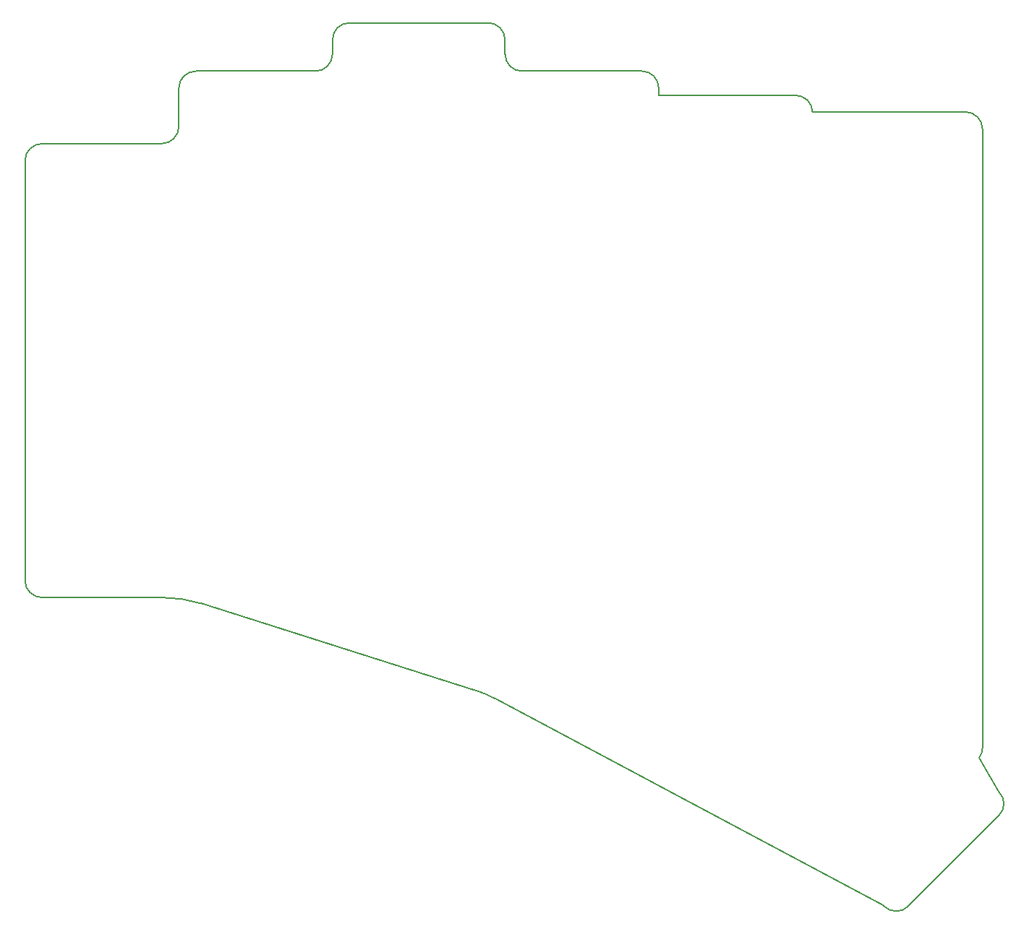
<source format=gm1>
%TF.GenerationSoftware,KiCad,Pcbnew,(6.0.5)*%
%TF.CreationDate,2022-09-17T13:25:28+02:00*%
%TF.ProjectId,rae_dux_no_splay,7261655f-6475-4785-9f6e-6f5f73706c61,v1.0.0*%
%TF.SameCoordinates,Original*%
%TF.FileFunction,Profile,NP*%
%FSLAX46Y46*%
G04 Gerber Fmt 4.6, Leading zero omitted, Abs format (unit mm)*
G04 Created by KiCad (PCBNEW (6.0.5)) date 2022-09-17 13:25:28*
%MOMM*%
%LPD*%
G01*
G04 APERTURE LIST*
%TA.AperFunction,Profile*%
%ADD10C,0.150000*%
%TD*%
G04 APERTURE END LIST*
D10*
X59900000Y40400000D02*
X73999859Y40400000D01*
X57900000Y42400000D02*
X57900000Y91600000D01*
X59900000Y93600000D02*
X73900000Y93600000D01*
X77900000Y102100000D02*
X91900000Y102100000D01*
X75900000Y95600000D02*
X75900000Y100100000D01*
X95900000Y107766667D02*
X112100000Y107766667D01*
X114100000Y105766667D02*
X114100000Y104100000D01*
X93900000Y104100000D02*
X93900000Y105766667D01*
X116100000Y102100000D02*
X130100000Y102100000D01*
X132100000Y100100000D02*
X132100000Y99266667D01*
X132100000Y99266667D02*
X148100000Y99266667D01*
X158475495Y4221259D02*
G75*
G03*
X161303923Y4221259I1414214J1414214D01*
G01*
X161303923Y4221259D02*
X171910524Y14827861D01*
X171910524Y14827861D02*
G75*
G03*
X171910524Y17656287I-1414213J1414213D01*
G01*
X57900000Y42400000D02*
G75*
G03*
X59900000Y40400000I2000000J0D01*
G01*
X59900000Y93600000D02*
G75*
G03*
X57900000Y91600000I0J-2000000D01*
G01*
X73900000Y93600000D02*
G75*
G03*
X75900000Y95600000I0J2000000D01*
G01*
X77900000Y102100000D02*
G75*
G03*
X75900000Y100100000I0J-2000000D01*
G01*
X91900000Y102100000D02*
G75*
G03*
X93900000Y104100000I0J2000000D01*
G01*
X95900000Y107766667D02*
G75*
G03*
X93900000Y105766667I0J-2000000D01*
G01*
X114100000Y105766667D02*
G75*
G03*
X112100000Y107766667I-2000000J0D01*
G01*
X114100000Y104100000D02*
G75*
G03*
X116100000Y102100000I2000000J0D01*
G01*
X132100000Y100100000D02*
G75*
G03*
X130100000Y102100000I-2000000J0D01*
G01*
X150099375Y97316667D02*
G75*
G03*
X148100000Y99266667I-1999375J-50000D01*
G01*
X169607411Y21626612D02*
X171910524Y17656288D01*
X158475495Y4221259D02*
X112959796Y28540460D01*
X110415544Y29611839D02*
X78524421Y39701340D01*
X169607411Y21626612D02*
G75*
G03*
X170000000Y22816666I-1607411J1190055D01*
G01*
X170000000Y22816667D02*
X170000000Y95316667D01*
X170000000Y95316667D02*
G75*
G03*
X168000000Y97316667I-2000000J0D01*
G01*
X168000000Y97316667D02*
X150099375Y97316667D01*
X78524421Y39701340D02*
G75*
G03*
X73999859Y40400000I-4524562J-14301340D01*
G01*
X112959796Y28540460D02*
G75*
G03*
X110415544Y29611839I-7068814J-13229961D01*
G01*
M02*

</source>
